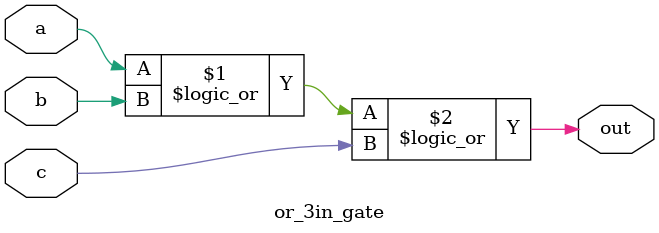
<source format=v>
module or_3in_gate(a,b,c,out);
    input a;
    input b;
    input c;
    output out;

    assign out = a || b || c;
endmodule
</source>
